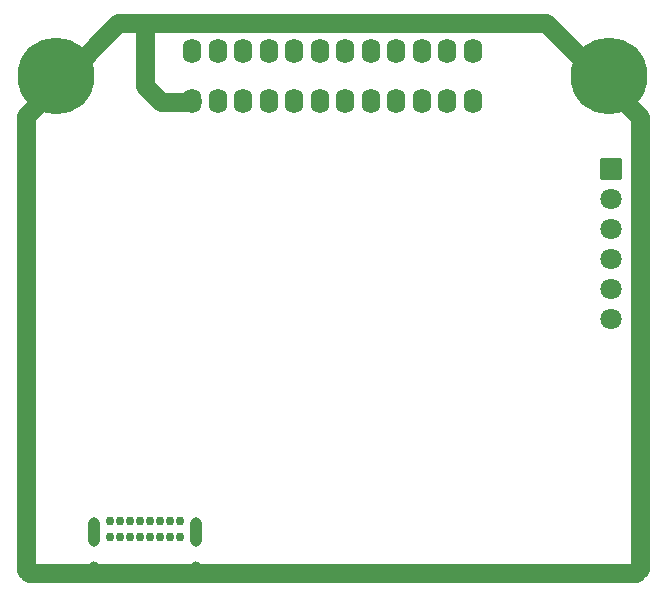
<source format=gbs>
G04*
G04 #@! TF.GenerationSoftware,Altium Limited,Altium Designer,25.5.2 (35)*
G04*
G04 Layer_Color=16711935*
%FSLAX44Y44*%
%MOMM*%
G71*
G04*
G04 #@! TF.SameCoordinates,24B21415-5C40-4A56-A289-731DE7267D3C*
G04*
G04*
G04 #@! TF.FilePolarity,Negative*
G04*
G01*
G75*
%ADD42C,1.6500*%
%ADD43C,6.5080*%
%ADD44O,1.6000X2.1000*%
G04:AMPARAMS|DCode=45|XSize=1mm|YSize=1.8mm|CornerRadius=0.5mm|HoleSize=0mm|Usage=FLASHONLY|Rotation=0.000|XOffset=0mm|YOffset=0mm|HoleType=Round|Shape=RoundedRectangle|*
%AMROUNDEDRECTD45*
21,1,1.0000,0.8000,0,0,0.0*
21,1,0.0000,1.8000,0,0,0.0*
1,1,1.0000,0.0000,-0.4000*
1,1,1.0000,0.0000,-0.4000*
1,1,1.0000,0.0000,0.4000*
1,1,1.0000,0.0000,0.4000*
%
%ADD45ROUNDEDRECTD45*%
G04:AMPARAMS|DCode=46|XSize=1mm|YSize=2.5mm|CornerRadius=0.5mm|HoleSize=0mm|Usage=FLASHONLY|Rotation=0.000|XOffset=0mm|YOffset=0mm|HoleType=Round|Shape=RoundedRectangle|*
%AMROUNDEDRECTD46*
21,1,1.0000,1.5000,0,0,0.0*
21,1,0.0000,2.5000,0,0,0.0*
1,1,1.0000,0.0000,-0.7500*
1,1,1.0000,0.0000,-0.7500*
1,1,1.0000,0.0000,0.7500*
1,1,1.0000,0.0000,0.7500*
%
%ADD46ROUNDEDRECTD46*%
%ADD47C,0.7500*%
%ADD48C,1.8000*%
G04:AMPARAMS|DCode=49|XSize=1.8mm|YSize=1.8mm|CornerRadius=0.1mm|HoleSize=0mm|Usage=FLASHONLY|Rotation=270.000|XOffset=0mm|YOffset=0mm|HoleType=Round|Shape=RoundedRectangle|*
%AMROUNDEDRECTD49*
21,1,1.8000,1.6000,0,0,270.0*
21,1,1.6000,1.8000,0,0,270.0*
1,1,0.2000,-0.8000,-0.8000*
1,1,0.2000,-0.8000,0.8000*
1,1,0.2000,0.8000,0.8000*
1,1,0.2000,0.8000,-0.8000*
%
%ADD49ROUNDEDRECTD49*%
D42*
X-52500Y-195000D02*
Y-170000D01*
Y-245000D02*
Y-220000D01*
Y-195000D01*
X467500Y5000D02*
Y65983D01*
Y-45000D02*
Y5000D01*
Y-170000D02*
Y-45000D01*
Y-317063D02*
Y-170000D01*
X182500Y-320000D02*
X257500D01*
X132500D02*
X182500D01*
X32500D02*
X107500D01*
X5260Y-320000D02*
X32500Y-320000D01*
X-50000Y-320000D02*
X5260D01*
X307500Y-320000D02*
X332500D01*
X-52500Y-45000D02*
Y-20000D01*
X87698Y78000D02*
X88515Y78817D01*
X-26801Y92162D02*
Y100280D01*
X-52500Y-317500D02*
Y-295000D01*
Y-70000D02*
Y-45000D01*
X332500Y-320000D02*
X357500D01*
X433203Y100280D02*
X441321D01*
X-52500Y55000D02*
Y66463D01*
X-26801Y92162D01*
X-52500Y-95000D02*
Y-70000D01*
X357500Y-320000D02*
X382500D01*
X62500Y78000D02*
X87698D01*
X441321Y92162D02*
Y100280D01*
X26037Y145000D02*
X48750D01*
X-52500Y30000D02*
Y55000D01*
X48750Y91750D02*
X62500Y78000D01*
X-18683Y100280D02*
X26037Y145000D01*
X-52500Y-270000D02*
Y-245000D01*
Y-120000D02*
Y-95000D01*
X382500Y-320000D02*
X407500D01*
X388483Y145000D02*
X433203Y100280D01*
X107500Y-320000D02*
X132500D01*
X-52500Y5000D02*
Y30000D01*
Y-295000D02*
Y-270000D01*
Y-145000D02*
Y-120000D01*
X257500Y-320000D02*
X282500Y-320000D01*
X407500D02*
X432500D01*
X457500D01*
X48750Y91750D02*
Y145000D01*
X388483D01*
X-52500Y-20000D02*
Y5000D01*
Y-170000D02*
Y-145000D01*
X282500Y-320000D02*
X307500D01*
X457500D02*
X464500D01*
X441321Y92162D02*
X467500Y65983D01*
X-26801Y100280D02*
X-18683D01*
D43*
X441321D02*
D03*
X-26801D02*
D03*
D44*
X326005Y78817D02*
D03*
X304415D02*
D03*
X282825D02*
D03*
X261235D02*
D03*
X239645D02*
D03*
X218055D02*
D03*
X196465D02*
D03*
X174875D02*
D03*
X153285D02*
D03*
X131695D02*
D03*
X110105D02*
D03*
X88515D02*
D03*
X326005Y121743D02*
D03*
X304415D02*
D03*
X282825D02*
D03*
X261235D02*
D03*
X239645D02*
D03*
X218055D02*
D03*
X196465D02*
D03*
X174875D02*
D03*
X153285D02*
D03*
X131695D02*
D03*
X110105D02*
D03*
X88515D02*
D03*
D45*
X5260Y-319670D02*
D03*
X91760D02*
D03*
D46*
X5260Y-285870D02*
D03*
X91760D02*
D03*
D47*
X18760Y-276070D02*
D03*
X27260D02*
D03*
X35760D02*
D03*
X44260D02*
D03*
X52760D02*
D03*
X61260D02*
D03*
X69760D02*
D03*
X78260D02*
D03*
Y-289570D02*
D03*
X69760D02*
D03*
X61260D02*
D03*
X52760D02*
D03*
X44260D02*
D03*
X35760D02*
D03*
X27260D02*
D03*
X18760D02*
D03*
D48*
X443250Y-28750D02*
D03*
X443250Y-104950D02*
D03*
Y-79550D02*
D03*
X443250Y-54150D02*
D03*
X443250Y-3350D02*
D03*
D49*
Y22050D02*
D03*
M02*

</source>
